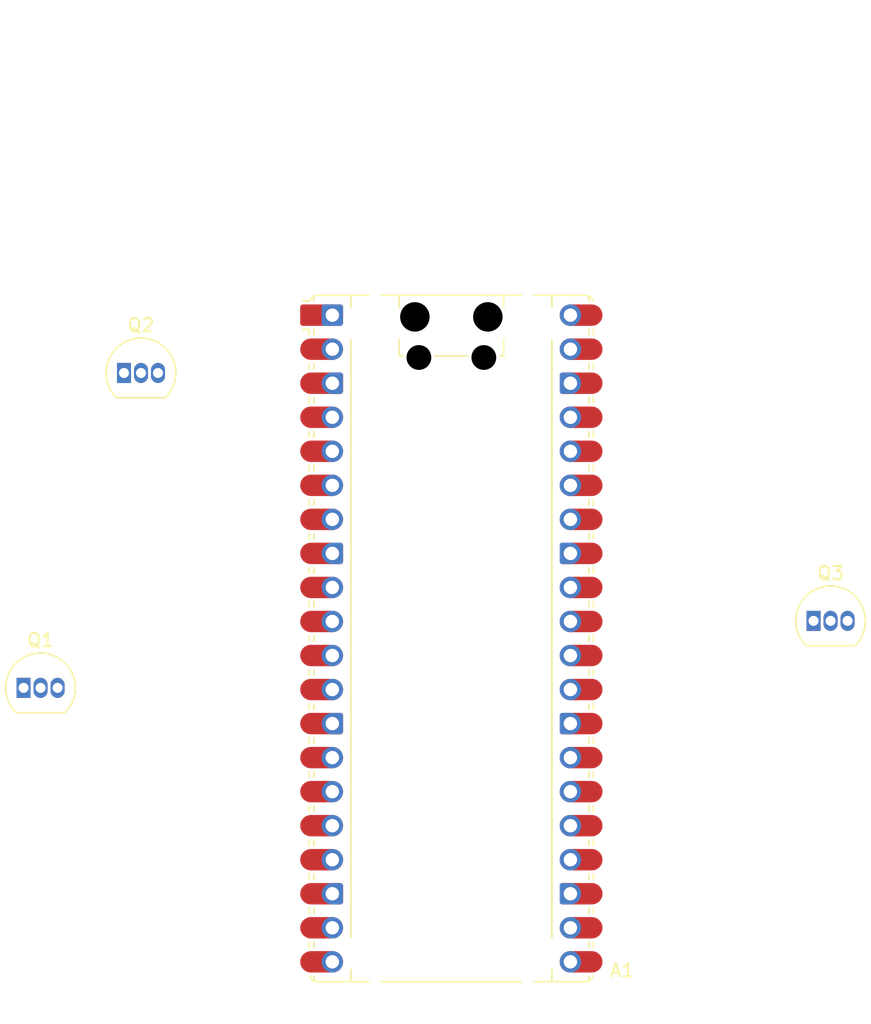
<source format=kicad_pcb>
(kicad_pcb (version 20241229) (generator "pcbnew") (generator_version "9.0")
  (layers (0 "F.Cu" signal) (2 "B.Cu" signal) (13 "F.Paste" user) (15 "B.Paste" user) (5 "F.SilkS" user "F.Silkscreen") (7 "B.SilkS" user "B.Silkscreen") (1 "F.Mask" user) (3 "B.Mask" user) (25 "Edge.Cuts" user))
  (net 0 "")
  (net 5 "Net-(A1-GPIO10)")
  (net 8 "GND")
  (net 12 "+5V")
  (footprint "Package_TO_SOT_THT:TO-92_Inline" (layer "F.Cu") (at 90.46 113)
    (property "Reference" "Q1" (at 1.27 -3.56 0) (layer "F.SilkS"))
    (property "Value" "2N7000")
    (fp_line (start -0.53 1.85) (end 3.07 1.85) (stroke (width 0.12)) (layer "F.SilkS"))
    (fp_arc (start -0.568478 1.838478) (mid -1.132087 -0.994977) (end 1.27 -2.6) (stroke (width 0.12)) (layer "F.SilkS"))
    (fp_arc (start 1.27 -2.6) (mid 3.672087 -0.994977) (end 3.108478 1.838478) (stroke (width 0.12)) (layer "F.SilkS"))
    (pad "1" thru_hole rect (at 0 0) (size 1.05 1.5) (drill 0.75) (layers "*.Cu" "*.Mask"))
    (pad "2" thru_hole oval (at 1.27 0) (size 1.05 1.5) (drill 0.75) (layers "*.Cu" "*.Mask") (net 5 "Net-(A1-GPIO10)"))
    (pad "3" thru_hole oval (at 2.54 0) (size 1.05 1.5) (drill 0.75) (layers "*.Cu" "*.Mask"))
  )
  (footprint "Package_TO_SOT_THT:TO-92_Inline" (layer "F.Cu") (at 97.96 89.5)
    (property "Reference" "Q2" (at 1.27 -3.56 0) (layer "F.SilkS"))
    (property "Value" "2N7000")
    (fp_line (start -0.53 1.85) (end 3.07 1.85) (stroke (width 0.12)) (layer "F.SilkS"))
    (fp_arc (start -0.568478 1.838478) (mid -1.132087 -0.994977) (end 1.27 -2.6) (stroke (width 0.12)) (layer "F.SilkS"))
    (fp_arc (start 1.27 -2.6) (mid 3.672087 -0.994977) (end 3.108478 1.838478) (stroke (width 0.12)) (layer "F.SilkS"))
    (pad "1" thru_hole rect (at 0 0) (size 1.05 1.5) (drill 0.75) (layers "*.Cu" "*.Mask"))
    (pad "2" thru_hole oval (at 1.27 0) (size 1.05 1.5) (drill 0.75) (layers "*.Cu" "*.Mask"))
    (pad "3" thru_hole oval (at 2.54 0) (size 1.05 1.5) (drill 0.75) (layers "*.Cu" "*.Mask"))
  )
  (footprint "Package_TO_SOT_THT:TO-92_Inline" (layer "F.Cu") (at 149.46 108)
    (property "Reference" "Q3" (at 1.27 -3.56 0) (layer "F.SilkS"))
    (property "Value" "2N7000")
    (fp_line (start -0.53 1.85) (end 3.07 1.85) (stroke (width 0.12)) (layer "F.SilkS"))
    (fp_arc (start -0.568478 1.838478) (mid -1.132087 -0.994977) (end 1.27 -2.6) (stroke (width 0.12)) (layer "F.SilkS"))
    (fp_arc (start 1.27 -2.6) (mid 3.672087 -0.994977) (end 3.108478 1.838478) (stroke (width 0.12)) (layer "F.SilkS"))
    (pad "1" thru_hole rect (at 0 0) (size 1.05 1.5) (drill 0.75) (layers "*.Cu" "*.Mask"))
    (pad "2" thru_hole oval (at 1.27 0) (size 1.05 1.5) (drill 0.75) (layers "*.Cu" "*.Mask"))
    (pad "3" thru_hole oval (at 2.54 0) (size 1.05 1.5) (drill 0.75) (layers "*.Cu" "*.Mask"))
  )
  (footprint "Module:RaspberryPi_Pico_Common_Unspecified" (layer "F.Cu") (at 122.41 109.315)
    (property "Reference" "A1" (at 11.7475 24.765 0) (layer "F.SilkS") (effects (justify left)))
    (property "Value" "RaspberryPi_Pico")
    (fp_line (start -10.61 -23.07) (end -11.09 -23.07) (stroke (width 0.12)) (layer "F.SilkS"))
    (fp_line (start -10.61 -23.07) (end -10.61 -22.65) (stroke (width 0.12)) (layer "F.SilkS"))
    (fp_line (start -10.61 -20.53) (end -10.61 -20.11) (stroke (width 0.12)) (layer "F.SilkS"))
    (fp_line (start -10.61 -17.99) (end -10.61 -17.57) (stroke (width 0.12)) (layer "F.SilkS"))
    (fp_line (start -10.61 -15.45) (end -10.61 -15.03) (stroke (width 0.12)) (layer "F.SilkS"))
    (fp_line (start -10.61 -12.91) (end -10.61 -12.49) (stroke (width 0.12)) (layer "F.SilkS"))
    (fp_line (start -10.61 -10.37) (end -10.61 -9.95) (stroke (width 0.12)) (layer "F.SilkS"))
    (fp_line (start -10.61 -7.83) (end -10.61 -7.41) (stroke (width 0.12)) (layer "F.SilkS"))
    (fp_line (start -10.61 -5.29) (end -10.61 -4.87) (stroke (width 0.12)) (layer "F.SilkS"))
    (fp_line (start -10.61 -2.75) (end -10.61 -2.33) (stroke (width 0.12)) (layer "F.SilkS"))
    (fp_line (start -10.61 -0.21) (end -10.61 0.21) (stroke (width 0.12)) (layer "F.SilkS"))
    (fp_line (start -10.61 2.33) (end -10.61 2.75) (stroke (width 0.12)) (layer "F.SilkS"))
    (fp_line (start -10.61 4.87) (end -10.61 5.29) (stroke (width 0.12)) (layer "F.SilkS"))
    (fp_line (start -10.61 7.41) (end -10.61 7.83) (stroke (width 0.12)) (layer "F.SilkS"))
    (fp_line (start -10.61 9.95) (end -10.61 10.37) (stroke (width 0.12)) (layer "F.SilkS"))
    (fp_line (start -10.61 12.49) (end -10.61 12.91) (stroke (width 0.12)) (layer "F.SilkS"))
    (fp_line (start -10.61 15.03) (end -10.61 15.45) (stroke (width 0.12)) (layer "F.SilkS"))
    (fp_line (start -10.61 17.57) (end -10.61 17.99) (stroke (width 0.12)) (layer "F.SilkS"))
    (fp_line (start -10.61 20.11) (end -10.61 20.53) (stroke (width 0.12)) (layer "F.SilkS"))
    (fp_line (start -10.61 22.65) (end -10.61 23.07) (stroke (width 0.12)) (layer "F.SilkS"))
    (fp_line (start -10.579676 -25.19) (end -11.09 -25.19) (stroke (width 0.12)) (layer "F.SilkS"))
    (fp_line (start -10.27 -25.189937) (end -10.27 -25.547) (stroke (width 0.12)) (layer "F.SilkS"))
    (fp_line (start -10.27 -23.07) (end -10.27 -22.65) (stroke (width 0.12)) (layer "F.SilkS"))
    (fp_line (start -10.27 -20.53) (end -10.27 -20.11) (stroke (width 0.12)) (layer "F.SilkS"))
    (fp_line (start -10.27 -17.99) (end -10.27 -17.57) (stroke (width 0.12)) (layer "F.SilkS"))
    (fp_line (start -10.27 -15.45) (end -10.27 -15.03) (stroke (width 0.12)) (layer "F.SilkS"))
    (fp_line (start -10.27 -12.91) (end -10.27 -12.49) (stroke (width 0.12)) (layer "F.SilkS"))
    (fp_line (start -10.27 -10.37) (end -10.27 -9.95) (stroke (width 0.12)) (layer "F.SilkS"))
    (fp_line (start -10.27 -7.83) (end -10.27 -7.41) (stroke (width 0.12)) (layer "F.SilkS"))
    (fp_line (start -10.27 -5.29) (end -10.27 -4.87) (stroke (width 0.12)) (layer "F.SilkS"))
    (fp_line (start -10.27 -2.75) (end -10.27 -2.33) (stroke (width 0.12)) (layer "F.SilkS"))
    (fp_line (start -10.27 -0.21) (end -10.27 0.21) (stroke (width 0.12)) (layer "F.SilkS"))
    (fp_line (start -10.27 2.33) (end -10.27 2.75) (stroke (width 0.12)) (layer "F.SilkS"))
    (fp_line (start -10.27 4.87) (end -10.27 5.29) (stroke (width 0.12)) (layer "F.SilkS"))
    (fp_line (start -10.27 7.41) (end -10.27 7.83) (stroke (width 0.12)) (layer "F.SilkS"))
    (fp_line (start -10.27 9.95) (end -10.27 10.37) (stroke (width 0.12)) (layer "F.SilkS"))
    (fp_line (start -10.27 12.49) (end -10.27 12.91) (stroke (width 0.12)) (layer "F.SilkS"))
    (fp_line (start -10.27 15.03) (end -10.27 15.45) (stroke (width 0.12)) (layer "F.SilkS"))
    (fp_line (start -10.27 17.57) (end -10.27 17.99) (stroke (width 0.12)) (layer "F.SilkS"))
    (fp_line (start -10.27 20.11) (end -10.27 20.53) (stroke (width 0.12)) (layer "F.SilkS"))
    (fp_line (start -10.27 22.65) (end -10.27 23.07) (stroke (width 0.12)) (layer "F.SilkS"))
    (fp_line (start -10.27 25.189937) (end -10.27 25.547) (stroke (width 0.12)) (layer "F.SilkS"))
    (fp_line (start -10 -25.61) (end -7.51 -25.61) (stroke (width 0.12)) (layer "F.SilkS"))
    (fp_line (start -10 25.61) (end -6.162061 25.61) (stroke (width 0.12)) (layer "F.SilkS"))
    (fp_line (start -7.51 -25.61) (end -7.51 -24.69648) (stroke (width 0.12)) (layer "F.SilkS"))
    (fp_line (start -7.51 -25.61) (end -6.16206 -25.61) (stroke (width 0.12)) (layer "F.SilkS"))
    (fp_line (start -7.51 -22.30352) (end -7.51 22.30352) (stroke (width 0.12)) (layer "F.SilkS"))
    (fp_line (start -7.51 24.69648) (end -7.51 25.61) (stroke (width 0.12)) (layer "F.SilkS"))
    (fp_line (start -5.237939 -25.61) (end -4.235 -25.61) (stroke (width 0.12)) (layer "F.SilkS"))
    (fp_line (start -4.235 -25.61) (end 4.235 -25.61) (stroke (width 0.12)) (layer "F.SilkS"))
    (fp_line (start -3.9 -25.61) (end -3.9 -24.694) (stroke (width 0.12)) (layer "F.SilkS"))
    (fp_line (start -3.9 -22.306) (end -3.9 -21.09) (stroke (width 0.12)) (layer "F.SilkS"))
    (fp_line (start -3.9 -21.09) (end -3.60391 -21.09) (stroke (width 0.12)) (layer "F.SilkS"))
    (fp_line (start -3.6 25.61) (end -5.237939 25.61) (stroke (width 0.12)) (layer "F.SilkS"))
    (fp_line (start -1.24609 -21.09) (end 1.24609 -21.09) (stroke (width 0.12)) (layer "F.SilkS"))
    (fp_line (start 3.6 25.61) (end -3.6 25.61) (stroke (width 0.12)) (layer "F.SilkS"))
    (fp_line (start 3.60391 -21.09) (end 3.9 -21.09) (stroke (width 0.12)) (layer "F.SilkS"))
    (fp_line (start 3.9 -25.61) (end 3.9 -24.694) (stroke (width 0.12)) (layer "F.SilkS"))
    (fp_line (start 3.9 -22.306) (end 3.9 -21.09) (stroke (width 0.12)) (layer "F.SilkS"))
    (fp_line (start 4.235 -25.61) (end 5.237939 -25.61) (stroke (width 0.12)) (layer "F.SilkS"))
    (fp_line (start 5.237939 25.61) (end 3.6 25.61) (stroke (width 0.12)) (layer "F.SilkS"))
    (fp_line (start 6.162061 -25.61) (end 7.51 -25.61) (stroke (width 0.12)) (layer "F.SilkS"))
    (fp_line (start 6.162061 25.61) (end 10 25.61) (stroke (width 0.12)) (layer "F.SilkS"))
    (fp_line (start 7.51 -25.61) (end 7.51 -24.69648) (stroke (width 0.12)) (layer "F.SilkS"))
    (fp_line (start 7.51 -22.30352) (end 7.51 22.30352) (stroke (width 0.12)) (layer "F.SilkS"))
    (fp_line (start 7.51 24.69648) (end 7.51 25.61) (stroke (width 0.12)) (layer "F.SilkS"))
    (fp_line (start 10 -25.61) (end 7.51 -25.61) (stroke (width 0.12)) (layer "F.SilkS"))
    (fp_line (start 10.27 -25.189937) (end 10.27 -25.547) (stroke (width 0.12)) (layer "F.SilkS"))
    (fp_line (start 10.27 -23.07) (end 10.27 -22.65) (stroke (width 0.12)) (layer "F.SilkS"))
    (fp_line (start 10.27 -20.53) (end 10.27 -20.11) (stroke (width 0.12)) (layer "F.SilkS"))
    (fp_line (start 10.27 -17.99) (end 10.27 -17.57) (stroke (width 0.12)) (layer "F.SilkS"))
    (fp_line (start 10.27 -15.45) (end 10.27 -15.03) (stroke (width 0.12)) (layer "F.SilkS"))
    (fp_line (start 10.27 -12.91) (end 10.27 -12.49) (stroke (width 0.12)) (layer "F.SilkS"))
    (fp_line (start 10.27 -10.37) (end 10.27 -9.95) (stroke (width 0.12)) (layer "F.SilkS"))
    (fp_line (start 10.27 -7.83) (end 10.27 -7.41) (stroke (width 0.12)) (layer "F.SilkS"))
    (fp_line (start 10.27 -5.29) (end 10.27 -4.87) (stroke (width 0.12)) (layer "F.SilkS"))
    (fp_line (start 10.27 -2.75) (end 10.27 -2.33) (stroke (width 0.12)) (layer "F.SilkS"))
    (fp_line (start 10.27 -0.21) (end 10.27 0.21) (stroke (width 0.12)) (layer "F.SilkS"))
    (fp_line (start 10.27 2.33) (end 10.27 2.75) (stroke (width 0.12)) (layer "F.SilkS"))
    (fp_line (start 10.27 4.87) (end 10.27 5.29) (stroke (width 0.12)) (layer "F.SilkS"))
    (fp_line (start 10.27 7.41) (end 10.27 7.83) (stroke (width 0.12)) (layer "F.SilkS"))
    (fp_line (start 10.27 9.95) (end 10.27 10.37) (stroke (width 0.12)) (layer "F.SilkS"))
    (fp_line (start 10.27 12.49) (end 10.27 12.91) (stroke (width 0.12)) (layer "F.SilkS"))
    (fp_line (start 10.27 15.03) (end 10.27 15.45) (stroke (width 0.12)) (layer "F.SilkS"))
    (fp_line (start 10.27 17.57) (end 10.27 17.99) (stroke (width 0.12)) (layer "F.SilkS"))
    (fp_line (start 10.27 20.11) (end 10.27 20.53) (stroke (width 0.12)) (layer "F.SilkS"))
    (fp_line (start 10.27 22.65) (end 10.27 23.07) (stroke (width 0.12)) (layer "F.SilkS"))
    (fp_line (start 10.27 25.189937) (end 10.27 25.547) (stroke (width 0.12)) (layer "F.SilkS"))
    (fp_line (start 10.61 -23.07) (end 10.61 -22.65) (stroke (width 0.12)) (layer "F.SilkS"))
    (fp_line (start 10.61 -20.53) (end 10.61 -20.11) (stroke (width 0.12)) (layer "F.SilkS"))
    (fp_line (start 10.61 -17.99) (end 10.61 -17.57) (stroke (width 0.12)) (layer "F.SilkS"))
    (fp_line (start 10.61 -15.45) (end 10.61 -15.03) (stroke (width 0.12)) (layer "F.SilkS"))
    (fp_line (start 10.61 -12.91) (end 10.61 -12.49) (stroke (width 0.12)) (layer "F.SilkS"))
    (fp_line (start 10.61 -10.37) (end 10.61 -9.95) (stroke (width 0.12)) (layer "F.SilkS"))
    (fp_line (start 10.61 -7.83) (end 10.61 -7.41) (stroke (width 0.12)) (layer "F.SilkS"))
    (fp_line (start 10.61 -5.29) (end 10.61 -4.87) (stroke (width 0.12)) (layer "F.SilkS"))
    (fp_line (start 10.61 -2.75) (end 10.61 -2.33) (stroke (width 0.12)) (layer "F.SilkS"))
    (fp_line (start 10.61 -0.21) (end 10.61 0.21) (stroke (width 0.12)) (layer "F.SilkS"))
    (fp_line (start 10.61 2.33) (end 10.61 2.75) (stroke (width 0.12)) (layer "F.SilkS"))
    (fp_line (start 10.61 4.87) (end 10.61 5.29) (stroke (width 0.12)) (layer "F.SilkS"))
    (fp_line (start 10.61 7.41) (end 10.61 7.83) (stroke (width 0.12)) (layer "F.SilkS"))
    (fp_line (start 10.61 9.95) (end 10.61 10.37) (stroke (width 0.12)) (layer "F.SilkS"))
    (fp_line (start 10.61 12.49) (end 10.61 12.91) (stroke (width 0.12)) (layer "F.SilkS"))
    (fp_line (start 10.61 15.03) (end 10.61 15.45) (stroke (width 0.12)) (layer "F.SilkS"))
    (fp_line (start 10.61 17.57) (end 10.61 17.99) (stroke (width 0.12)) (layer "F.SilkS"))
    (fp_line (start 10.61 20.11) (end 10.61 20.53) (stroke (width 0.12)) (layer "F.SilkS"))
    (fp_line (start 10.61 22.65) (end 10.61 23.07) (stroke (width 0.12)) (layer "F.SilkS"))
    (fp_arc (start -10.579676 -25.19) (mid -10.357938 -25.493944) (end -10 -25.61) (stroke (width 0.12)) (layer "F.SilkS"))
    (fp_arc (start -10 25.61) (mid -10.357937 25.493944) (end -10.579676 25.189937) (stroke (width 0.12)) (layer "F.SilkS"))
    (fp_arc (start 10 -25.61) (mid 10.357937 -25.493944) (end 10.579676 -25.189937) (stroke (width 0.12)) (layer "F.SilkS"))
    (fp_arc (start 10.579676 25.189937) (mid 10.357946 25.493957) (end 10 25.61) (stroke (width 0.12)) (layer "F.SilkS"))
    (pad "" np_thru_hole circle (at -2.725 -24) (size 2.2 2.2) (drill 2.2) (layers "*.Mask"))
    (pad "" np_thru_hole circle (at -2.425 -20.97) (size 1.85 1.85) (drill 1.85) (layers "*.Mask"))
    (pad "" np_thru_hole circle (at 2.425 -20.97) (size 1.85 1.85) (drill 1.85) (layers "*.Mask"))
    (pad "" np_thru_hole circle (at 2.725 -24) (size 2.2 2.2) (drill 2.2) (layers "*.Mask"))
    (pad "1" smd custom (at -9.69 -24.13) (size 1.6 0.8) (layers "F.Cu" "F.Mask") (options (clearance outline) (anchor rect)) (primitives (gr_circle (center 0.8 0) (end 1.6 0) (width 0) (fill yes)) (gr_poly (pts (xy -1.6 -0.6) (xy -1.6 0.6) (xy -1.4 0.8) (xy 0.8 0.8) (xy 0.8 -0.8) (xy -1.4 -0.8)) (width 0) (fill yes)) (gr_circle (center -1.4 -0.6) (end -1.2 -0.6) (width 0) (fill yes)) (gr_circle (center -1.4 0.6) (end -1.2 0.6) (width 0) (fill yes))))
    (pad "1" thru_hole roundrect (at -8.89 -24.13) (size 1.6 1.6) (drill 1) (layers "*.Cu" "*.Mask") (roundrect_rratio 0.125))
    (pad "2" smd roundrect (at -9.69 -21.59) (size 3.2 1.6) (layers "F.Cu" "F.Mask") (roundrect_rratio 0.5))
    (pad "2" thru_hole circle (at -8.89 -21.59) (size 1.6 1.6) (drill 1) (layers "*.Cu" "*.Mask"))
    (pad "3" smd custom (at -9.69 -19.05) (size 1.6 0.8) (layers "F.Cu" "F.Mask") (net 8 "GND") (options (clearance outline) (anchor rect)) (primitives (gr_circle (center -0.8 0) (end 0 0) (width 0) (fill yes)) (gr_poly (pts (xy 1.6 -0.6) (xy 1.6 0.6) (xy 1.4 0.8) (xy -0.8 0.8) (xy -0.8 -0.8) (xy 1.4 -0.8)) (width 0) (fill yes)) (gr_circle (center 1.4 -0.6) (end 1.6 -0.6) (width 0) (fill yes)) (gr_circle (center 1.4 0.6) (end 1.6 0.6) (width 0) (fill yes))))
    (pad "3" thru_hole custom (at -8.89 -19.05) (size 1.6 1.6) (drill 1) (layers "*.Cu" "*.Mask") (net 8 "GND") (options (clearance outline) (anchor circle)) (primitives (gr_poly (pts (xy 0.8 0.6) (xy 0.8 -0.6) (xy 0.6 -0.8) (xy 0 -0.8) (xy 0 0.8) (xy 0.6 0.8)) (width 0) (fill yes)) (gr_circle (center 0.6 0.6) (end 0.8 0.6) (width 0) (fill yes)) (gr_circle (center 0.6 -0.6) (end 0.8 -0.6) (width 0) (fill yes))))
    (pad "4" smd roundrect (at -9.69 -16.51) (size 3.2 1.6) (layers "F.Cu" "F.Mask") (roundrect_rratio 0.5))
    (pad "4" thru_hole circle (at -8.89 -16.51) (size 1.6 1.6) (drill 1) (layers "*.Cu" "*.Mask"))
    (pad "5" smd roundrect (at -9.69 -13.97) (size 3.2 1.6) (layers "F.Cu" "F.Mask") (roundrect_rratio 0.5))
    (pad "5" thru_hole circle (at -8.89 -13.97) (size 1.6 1.6) (drill 1) (layers "*.Cu" "*.Mask"))
    (pad "6" smd roundrect (at -9.69 -11.43) (size 3.2 1.6) (layers "F.Cu" "F.Mask") (roundrect_rratio 0.5))
    (pad "6" thru_hole circle (at -8.89 -11.43) (size 1.6 1.6) (drill 1) (layers "*.Cu" "*.Mask"))
    (pad "7" smd roundrect (at -9.69 -8.89) (size 3.2 1.6) (layers "F.Cu" "F.Mask") (roundrect_rratio 0.5))
    (pad "7" thru_hole circle (at -8.89 -8.89) (size 1.6 1.6) (drill 1) (layers "*.Cu" "*.Mask"))
    (pad "8" smd custom (at -9.69 -6.35) (size 1.6 0.8) (layers "F.Cu" "F.Mask") (net 8 "GND") (options (clearance outline) (anchor rect)) (primitives (gr_circle (center -0.8 0) (end 0 0) (width 0) (fill yes)) (gr_poly (pts (xy 1.6 -0.6) (xy 1.6 0.6) (xy 1.4 0.8) (xy -0.8 0.8) (xy -0.8 -0.8) (xy 1.4 -0.8)) (width 0) (fill yes)) (gr_circle (center 1.4 -0.6) (end 1.6 -0.6) (width 0) (fill yes)) (gr_circle (center 1.4 0.6) (end 1.6 0.6) (width 0) (fill yes))))
    (pad "8" thru_hole custom (at -8.89 -6.35) (size 1.6 1.6) (drill 1) (layers "*.Cu" "*.Mask") (net 8 "GND") (options (clearance outline) (anchor circle)) (primitives (gr_poly (pts (xy 0.8 0.6) (xy 0.8 -0.6) (xy 0.6 -0.8) (xy 0 -0.8) (xy 0 0.8) (xy 0.6 0.8)) (width 0) (fill yes)) (gr_circle (center 0.6 0.6) (end 0.8 0.6) (width 0) (fill yes)) (gr_circle (center 0.6 -0.6) (end 0.8 -0.6) (width 0) (fill yes))))
    (pad "9" smd roundrect (at -9.69 -3.81) (size 3.2 1.6) (layers "F.Cu" "F.Mask") (roundrect_rratio 0.5))
    (pad "9" thru_hole circle (at -8.89 -3.81) (size 1.6 1.6) (drill 1) (layers "*.Cu" "*.Mask"))
    (pad "10" smd roundrect (at -9.69 -1.27) (size 3.2 1.6) (layers "F.Cu" "F.Mask") (roundrect_rratio 0.5))
    (pad "10" thru_hole circle (at -8.89 -1.27) (size 1.6 1.6) (drill 1) (layers "*.Cu" "*.Mask"))
    (pad "11" smd roundrect (at -9.69 1.27) (size 3.2 1.6) (layers "F.Cu" "F.Mask") (roundrect_rratio 0.5))
    (pad "11" thru_hole circle (at -8.89 1.27) (size 1.6 1.6) (drill 1) (layers "*.Cu" "*.Mask"))
    (pad "12" smd roundrect (at -9.69 3.81) (size 3.2 1.6) (layers "F.Cu" "F.Mask") (roundrect_rratio 0.5))
    (pad "12" thru_hole circle (at -8.89 3.81) (size 1.6 1.6) (drill 1) (layers "*.Cu" "*.Mask"))
    (pad "13" smd custom (at -9.69 6.35) (size 1.6 0.8) (layers "F.Cu" "F.Mask") (net 8 "GND") (options (clearance outline) (anchor rect)) (primitives (gr_circle (center -0.8 0) (end 0 0) (width 0) (fill yes)) (gr_poly (pts (xy 1.6 -0.6) (xy 1.6 0.6) (xy 1.4 0.8) (xy -0.8 0.8) (xy -0.8 -0.8) (xy 1.4 -0.8)) (width 0) (fill yes)) (gr_circle (center 1.4 -0.6) (end 1.6 -0.6) (width 0) (fill yes)) (gr_circle (center 1.4 0.6) (end 1.6 0.6) (width 0) (fill yes))))
    (pad "13" thru_hole custom (at -8.89 6.35) (size 1.6 1.6) (drill 1) (layers "*.Cu" "*.Mask") (net 8 "GND") (options (clearance outline) (anchor circle)) (primitives (gr_poly (pts (xy 0.8 0.6) (xy 0.8 -0.6) (xy 0.6 -0.8) (xy 0 -0.8) (xy 0 0.8) (xy 0.6 0.8)) (width 0) (fill yes)) (gr_circle (center 0.6 0.6) (end 0.8 0.6) (width 0) (fill yes)) (gr_circle (center 0.6 -0.6) (end 0.8 -0.6) (width 0) (fill yes))))
    (pad "14" smd roundrect (at -9.69 8.89) (size 3.2 1.6) (layers "F.Cu" "F.Mask") (roundrect_rratio 0.5) (net 5 "Net-(A1-GPIO10)"))
    (pad "14" thru_hole circle (at -8.89 8.89) (size 1.6 1.6) (drill 1) (layers "*.Cu" "*.Mask") (net 5 "Net-(A1-GPIO10)"))
    (pad "15" smd roundrect (at -9.69 11.43) (size 3.2 1.6) (layers "F.Cu" "F.Mask") (roundrect_rratio 0.5))
    (pad "15" thru_hole circle (at -8.89 11.43) (size 1.6 1.6) (drill 1) (layers "*.Cu" "*.Mask"))
    (pad "16" smd roundrect (at -9.69 13.97) (size 3.2 1.6) (layers "F.Cu" "F.Mask") (roundrect_rratio 0.5))
    (pad "16" thru_hole circle (at -8.89 13.97) (size 1.6 1.6) (drill 1) (layers "*.Cu" "*.Mask"))
    (pad "17" smd roundrect (at -9.69 16.51) (size 3.2 1.6) (layers "F.Cu" "F.Mask") (roundrect_rratio 0.5))
    (pad "17" thru_hole circle (at -8.89 16.51) (size 1.6 1.6) (drill 1) (layers "*.Cu" "*.Mask"))
    (pad "18" smd custom (at -9.69 19.05) (size 1.6 0.8) (layers "F.Cu" "F.Mask") (net 8 "GND") (options (clearance outline) (anchor rect)) (primitives (gr_circle (center -0.8 0) (end 0 0) (width 0) (fill yes)) (gr_poly (pts (xy 1.6 -0.6) (xy 1.6 0.6) (xy 1.4 0.8) (xy -0.8 0.8) (xy -0.8 -0.8) (xy 1.4 -0.8)) (width 0) (fill yes)) (gr_circle (center 1.4 -0.6) (end 1.6 -0.6) (width 0) (fill yes)) (gr_circle (center 1.4 0.6) (end 1.6 0.6) (width 0) (fill yes))))
    (pad "18" thru_hole custom (at -8.89 19.05) (size 1.6 1.6) (drill 1) (layers "*.Cu" "*.Mask") (net 8 "GND") (options (clearance outline) (anchor circle)) (primitives (gr_poly (pts (xy 0.8 0.6) (xy 0.8 -0.6) (xy 0.6 -0.8) (xy 0 -0.8) (xy 0 0.8) (xy 0.6 0.8)) (width 0) (fill yes)) (gr_circle (center 0.6 0.6) (end 0.8 0.6) (width 0) (fill yes)) (gr_circle (center 0.6 -0.6) (end 0.8 -0.6) (width 0) (fill yes))))
    (pad "19" smd roundrect (at -9.69 21.59) (size 3.2 1.6) (layers "F.Cu" "F.Mask") (roundrect_rratio 0.5))
    (pad "19" thru_hole circle (at -8.89 21.59) (size 1.6 1.6) (drill 1) (layers "*.Cu" "*.Mask"))
    (pad "20" smd roundrect (at -9.69 24.13) (size 3.2 1.6) (layers "F.Cu" "F.Mask") (roundrect_rratio 0.5))
    (pad "20" thru_hole circle (at -8.89 24.13) (size 1.6 1.6) (drill 1) (layers "*.Cu" "*.Mask"))
    (pad "21" thru_hole circle (at 8.89 24.13) (size 1.6 1.6) (drill 1) (layers "*.Cu" "*.Mask"))
    (pad "21" smd roundrect (at 9.69 24.13) (size 3.2 1.6) (layers "F.Cu" "F.Mask") (roundrect_rratio 0.5))
    (pad "22" thru_hole circle (at 8.89 21.59) (size 1.6 1.6) (drill 1) (layers "*.Cu" "*.Mask"))
    (pad "22" smd roundrect (at 9.69 21.59) (size 3.2 1.6) (layers "F.Cu" "F.Mask") (roundrect_rratio 0.5))
    (pad "23" thru_hole custom (at 8.89 19.05) (size 1.6 1.6) (drill 1) (layers "*.Cu" "*.Mask") (net 8 "GND") (options (clearance outline) (anchor circle)) (primitives (gr_poly (pts (xy -0.8 0.6) (xy -0.8 -0.6) (xy -0.6 -0.8) (xy 0 -0.8) (xy 0 0.8) (xy -0.6 0.8)) (width 0) (fill yes)) (gr_circle (center -0.6 0.6) (end -0.4 0.6) (width 0) (fill yes)) (gr_circle (center -0.6 -0.6) (end -0.4 -0.6) (width 0) (fill yes))))
    (pad "23" smd custom (at 9.69 19.05) (size 1.6 0.8) (layers "F.Cu" "F.Mask") (net 8 "GND") (options (clearance outline) (anchor rect)) (primitives (gr_circle (center 0.8 0) (end 1.6 0) (width 0) (fill yes)) (gr_poly (pts (xy -1.6 -0.6) (xy -1.6 0.6) (xy -1.4 0.8) (xy 0.8 0.8) (xy 0.8 -0.8) (xy -1.4 -0.8)) (width 0) (fill yes)) (gr_circle (center -1.4 -0.6) (end -1.2 -0.6) (width 0) (fill yes)) (gr_circle (center -1.4 0.6) (end -1.2 0.6) (width 0) (fill yes))))
    (pad "24" thru_hole circle (at 8.89 16.51) (size 1.6 1.6) (drill 1) (layers "*.Cu" "*.Mask"))
    (pad "24" smd roundrect (at 9.69 16.51) (size 3.2 1.6) (layers "F.Cu" "F.Mask") (roundrect_rratio 0.5))
    (pad "25" thru_hole circle (at 8.89 13.97) (size 1.6 1.6) (drill 1) (layers "*.Cu" "*.Mask"))
    (pad "25" smd roundrect (at 9.69 13.97) (size 3.2 1.6) (layers "F.Cu" "F.Mask") (roundrect_rratio 0.5))
    (pad "26" thru_hole circle (at 8.89 11.43) (size 1.6 1.6) (drill 1) (layers "*.Cu" "*.Mask"))
    (pad "26" smd roundrect (at 9.69 11.43) (size 3.2 1.6) (layers "F.Cu" "F.Mask") (roundrect_rratio 0.5))
    (pad "27" thru_hole circle (at 8.89 8.89) (size 1.6 1.6) (drill 1) (layers "*.Cu" "*.Mask"))
    (pad "27" smd roundrect (at 9.69 8.89) (size 3.2 1.6) (layers "F.Cu" "F.Mask") (roundrect_rratio 0.5))
    (pad "28" thru_hole custom (at 8.89 6.35) (size 1.6 1.6) (drill 1) (layers "*.Cu" "*.Mask") (net 8 "GND") (options (clearance outline) (anchor circle)) (primitives (gr_poly (pts (xy -0.8 0.6) (xy -0.8 -0.6) (xy -0.6 -0.8) (xy 0 -0.8) (xy 0 0.8) (xy -0.6 0.8)) (width 0) (fill yes)) (gr_circle (center -0.6 0.6) (end -0.4 0.6) (width 0) (fill yes)) (gr_circle (center -0.6 -0.6) (end -0.4 -0.6) (width 0) (fill yes))))
    (pad "28" smd custom (at 9.69 6.35) (size 1.6 0.8) (layers "F.Cu" "F.Mask") (net 8 "GND") (options (clearance outline) (anchor rect)) (primitives (gr_circle (center 0.8 0) (end 1.6 0) (width 0) (fill yes)) (gr_poly (pts (xy -1.6 -0.6) (xy -1.6 0.6) (xy -1.4 0.8) (xy 0.8 0.8) (xy 0.8 -0.8) (xy -1.4 -0.8)) (width 0) (fill yes)) (gr_circle (center -1.4 -0.6) (end -1.2 -0.6) (width 0) (fill yes)) (gr_circle (center -1.4 0.6) (end -1.2 0.6) (width 0) (fill yes))))
    (pad "29" thru_hole circle (at 8.89 3.81) (size 1.6 1.6) (drill 1) (layers "*.Cu" "*.Mask"))
    (pad "29" smd roundrect (at 9.69 3.81) (size 3.2 1.6) (layers "F.Cu" "F.Mask") (roundrect_rratio 0.5))
    (pad "30" thru_hole circle (at 8.89 1.27) (size 1.6 1.6) (drill 1) (layers "*.Cu" "*.Mask"))
    (pad "30" smd roundrect (at 9.69 1.27) (size 3.2 1.6) (layers "F.Cu" "F.Mask") (roundrect_rratio 0.5))
    (pad "31" thru_hole circle (at 8.89 -1.27) (size 1.6 1.6) (drill 1) (layers "*.Cu" "*.Mask"))
    (pad "31" smd roundrect (at 9.69 -1.27) (size 3.2 1.6) (layers "F.Cu" "F.Mask") (roundrect_rratio 0.5))
    (pad "32" thru_hole circle (at 8.89 -3.81) (size 1.6 1.6) (drill 1) (layers "*.Cu" "*.Mask"))
    (pad "32" smd roundrect (at 9.69 -3.81) (size 3.2 1.6) (layers "F.Cu" "F.Mask") (roundrect_rratio 0.5))
    (pad "33" thru_hole custom (at 8.89 -6.35) (size 1.6 1.6) (drill 1) (layers "*.Cu" "*.Mask") (options (clearance outline) (anchor circle)) (primitives (gr_poly (pts (xy -0.8 0.6) (xy -0.8 -0.6) (xy -0.6 -0.8) (xy 0 -0.8) (xy 0 0.8) (xy -0.6 0.8)) (width 0) (fill yes)) (gr_circle (center -0.6 0.6) (end -0.4 0.6) (width 0) (fill yes)) (gr_circle (center -0.6 -0.6) (end -0.4 -0.6) (width 0) (fill yes))))
    (pad "33" smd custom (at 9.69 -6.35) (size 1.6 0.8) (layers "F.Cu" "F.Mask") (options (clearance outline) (anchor rect)) (primitives (gr_circle (center 0.8 0) (end 1.6 0) (width 0) (fill yes)) (gr_poly (pts (xy -1.6 -0.6) (xy -1.6 0.6) (xy -1.4 0.8) (xy 0.8 0.8) (xy 0.8 -0.8) (xy -1.4 -0.8)) (width 0) (fill yes)) (gr_circle (center -1.4 -0.6) (end -1.2 -0.6) (width 0) (fill yes)) (gr_circle (center -1.4 0.6) (end -1.2 0.6) (width 0) (fill yes))))
    (pad "34" thru_hole circle (at 8.89 -8.89) (size 1.6 1.6) (drill 1) (layers "*.Cu" "*.Mask"))
    (pad "34" smd roundrect (at 9.69 -8.89) (size 3.2 1.6) (layers "F.Cu" "F.Mask") (roundrect_rratio 0.5))
    (pad "35" thru_hole circle (at 8.89 -11.43) (size 1.6 1.6) (drill 1) (layers "*.Cu" "*.Mask"))
    (pad "35" smd roundrect (at 9.69 -11.43) (size 3.2 1.6) (layers "F.Cu" "F.Mask") (roundrect_rratio 0.5))
    (pad "36" thru_hole circle (at 8.89 -13.97) (size 1.6 1.6) (drill 1) (layers "*.Cu" "*.Mask"))
    (pad "36" smd roundrect (at 9.69 -13.97) (size 3.2 1.6) (layers "F.Cu" "F.Mask") (roundrect_rratio 0.5))
    (pad "37" thru_hole circle (at 8.89 -16.51) (size 1.6 1.6) (drill 1) (layers "*.Cu" "*.Mask"))
    (pad "37" smd roundrect (at 9.69 -16.51) (size 3.2 1.6) (layers "F.Cu" "F.Mask") (roundrect_rratio 0.5))
    (pad "38" thru_hole custom (at 8.89 -19.05) (size 1.6 1.6) (drill 1) (layers "*.Cu" "*.Mask") (net 8 "GND") (options (clearance outline) (anchor circle)) (primitives (gr_poly (pts (xy -0.8 0.6) (xy -0.8 -0.6) (xy -0.6 -0.8) (xy 0 -0.8) (xy 0 0.8) (xy -0.6 0.8)) (width 0) (fill yes)) (gr_circle (center -0.6 0.6) (end -0.4 0.6) (width 0) (fill yes)) (gr_circle (center -0.6 -0.6) (end -0.4 -0.6) (width 0) (fill yes))))
    (pad "38" smd custom (at 9.69 -19.05) (size 1.6 0.8) (layers "F.Cu" "F.Mask") (net 8 "GND") (options (clearance outline) (anchor rect)) (primitives (gr_circle (center 0.8 0) (end 1.6 0) (width 0) (fill yes)) (gr_poly (pts (xy -1.6 -0.6) (xy -1.6 0.6) (xy -1.4 0.8) (xy 0.8 0.8) (xy 0.8 -0.8) (xy -1.4 -0.8)) (width 0) (fill yes)) (gr_circle (center -1.4 -0.6) (end -1.2 -0.6) (width 0) (fill yes)) (gr_circle (center -1.4 0.6) (end -1.2 0.6) (width 0) (fill yes))))
    (pad "39" thru_hole circle (at 8.89 -21.59) (size 1.6 1.6) (drill 1) (layers "*.Cu" "*.Mask"))
    (pad "39" smd roundrect (at 9.69 -21.59) (size 3.2 1.6) (layers "F.Cu" "F.Mask") (roundrect_rratio 0.5))
    (pad "40" thru_hole circle (at 8.89 -24.13) (size 1.6 1.6) (drill 1) (layers "*.Cu" "*.Mask") (net 12 "+5V"))
    (pad "40" smd roundrect (at 9.69 -24.13) (size 3.2 1.6) (layers "F.Cu" "F.Mask") (roundrect_rratio 0.5) (net 12 "+5V"))
  )
)
</source>
